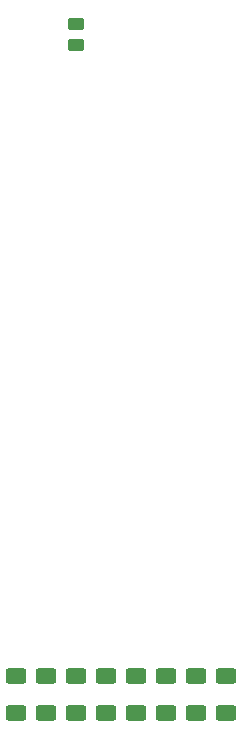
<source format=gbr>
%TF.GenerationSoftware,KiCad,Pcbnew,6.0.2+dfsg-1*%
%TF.CreationDate,2023-04-19T21:44:12+02:00*%
%TF.ProjectId,login-controller,6c6f6769-6e2d-4636-9f6e-74726f6c6c65,rev?*%
%TF.SameCoordinates,Original*%
%TF.FileFunction,Paste,Top*%
%TF.FilePolarity,Positive*%
%FSLAX46Y46*%
G04 Gerber Fmt 4.6, Leading zero omitted, Abs format (unit mm)*
G04 Created by KiCad (PCBNEW 6.0.2+dfsg-1) date 2023-04-19 21:44:12*
%MOMM*%
%LPD*%
G01*
G04 APERTURE LIST*
G04 Aperture macros list*
%AMRoundRect*
0 Rectangle with rounded corners*
0 $1 Rounding radius*
0 $2 $3 $4 $5 $6 $7 $8 $9 X,Y pos of 4 corners*
0 Add a 4 corners polygon primitive as box body*
4,1,4,$2,$3,$4,$5,$6,$7,$8,$9,$2,$3,0*
0 Add four circle primitives for the rounded corners*
1,1,$1+$1,$2,$3*
1,1,$1+$1,$4,$5*
1,1,$1+$1,$6,$7*
1,1,$1+$1,$8,$9*
0 Add four rect primitives between the rounded corners*
20,1,$1+$1,$2,$3,$4,$5,0*
20,1,$1+$1,$4,$5,$6,$7,0*
20,1,$1+$1,$6,$7,$8,$9,0*
20,1,$1+$1,$8,$9,$2,$3,0*%
G04 Aperture macros list end*
%ADD10RoundRect,0.250000X0.625000X-0.400000X0.625000X0.400000X-0.625000X0.400000X-0.625000X-0.400000X0*%
%ADD11RoundRect,0.250000X0.450000X-0.262500X0.450000X0.262500X-0.450000X0.262500X-0.450000X-0.262500X0*%
G04 APERTURE END LIST*
D10*
%TO.C,R9*%
X195580000Y-94970000D03*
X195580000Y-98070000D03*
%TD*%
%TO.C,R8*%
X193040000Y-94970000D03*
X193040000Y-98070000D03*
%TD*%
%TO.C,R7*%
X190500000Y-98070000D03*
X190500000Y-94970000D03*
%TD*%
%TO.C,R6*%
X187960000Y-98070000D03*
X187960000Y-94970000D03*
%TD*%
%TO.C,R5*%
X185420000Y-98070000D03*
X185420000Y-94970000D03*
%TD*%
%TO.C,R4*%
X182880000Y-98070000D03*
X182880000Y-94970000D03*
%TD*%
%TO.C,R3*%
X180340000Y-98070000D03*
X180340000Y-94970000D03*
%TD*%
%TO.C,R2*%
X177800000Y-98070000D03*
X177800000Y-94970000D03*
%TD*%
D11*
%TO.C,R1*%
X182880000Y-41552500D03*
X182880000Y-39727500D03*
%TD*%
M02*

</source>
